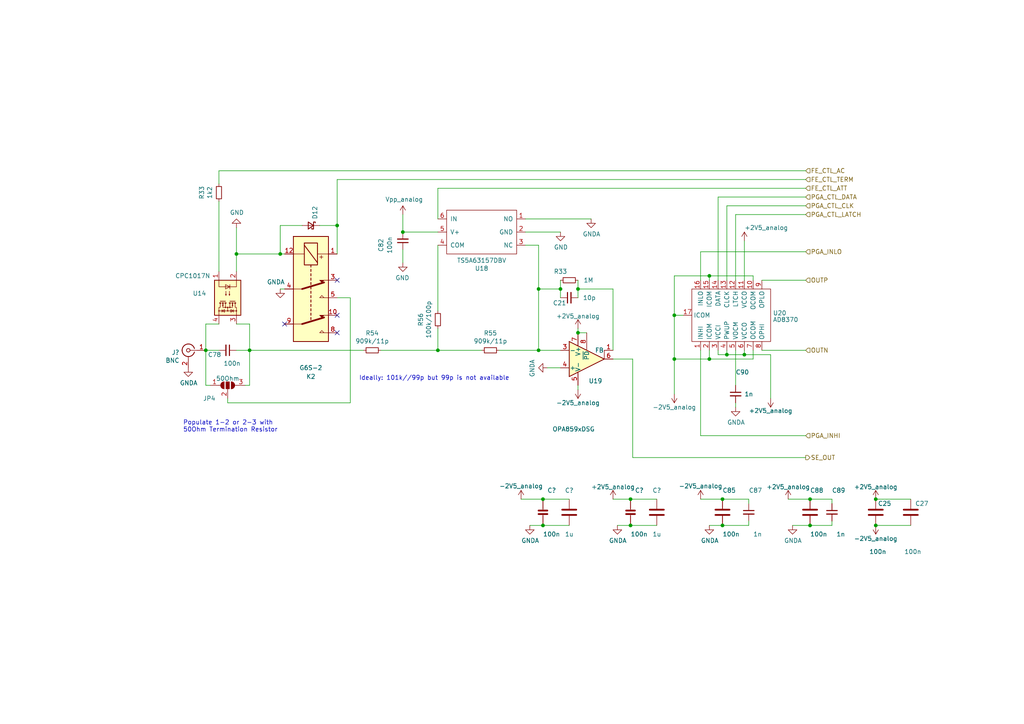
<source format=kicad_sch>
(kicad_sch (version 20230121) (generator eeschema)
  (paper "A4")
  (lib_symbols
    (symbol "Amplifier_Operational:OPA859xDSG" (pin_names (offset 0.127))
      (property "Reference" "U" (at 1.27 8.89 0))
      (property "Value" "OPA859xDSG" (at 1.27 6.35 0))
      (symbol "OPA859xDSG_0_0"
        (pin power_in line (at -2.54 7.62 270) (length 3.81) (name "V+") (number "7"))
        (pin input line (at 0 7.62 270) (length 5.08) (name "~{PD}") (number "8"))
        (pin passive line (at -2.54 -7.62 90) (length 3.81) hide (name "V-") (number "9"))
      )
      (symbol "OPA859xDSG_0_1"
        (polyline (pts (xy 5.08 0) (xy 5.08 2.54)) (stroke (width 0.1524)))
        (polyline (pts (xy -5.08 5.08) (xy 5.08 0) (xy -5.08 -5.08) (xy -5.08 5.08)) (stroke (width 0.254)) (fill (type background)))
        (pin no_connect line (at -5.08 -5.08 90) (length 3.81) hide (name "NC") (number "2"))
        (pin output line (at 7.62 0 180) (length 2.54) (name "~") (number "6"))
      )
      (symbol "OPA859xDSG_1_1"
        (pin output line (at 7.62 2.54 180) (length 2.54) (name "FB") (number "1"))
        (pin input line (at -7.62 2.54 0) (length 2.54) (name "-") (number "3"))
        (pin input line (at -7.62 -2.54 0) (length 2.54) (name "+") (number "4"))
        (pin power_in line (at -2.54 -7.62 90) (length 3.81) (name "V-") (number "5"))
      )
    )
    (symbol "Connector:Conn_Coaxial" (pin_names (offset 1.016) hide)
      (property "Reference" "J" (at 0.254 3.048 0))
      (property "Value" "Conn_Coaxial" (at 2.921 0 90))
      (symbol "Conn_Coaxial_0_1"
        (arc (start -1.778 -0.508) (mid 0.2311 -1.8066) (end 1.778 0) (stroke (width 0.254)))
        (polyline (pts (xy -2.54 0) (xy -0.508 0)))
        (polyline (pts (xy 0 -2.54) (xy 0 -1.778)))
        (circle (center 0 0) (radius 0.508) (stroke (width 0.2032)))
        (arc (start 1.778 0) (mid 0.2099 1.8101) (end -1.778 0.508) (stroke (width 0.254)))
      )
      (symbol "Conn_Coaxial_1_1"
        (pin passive line (at -5.08 0 0) (length 2.54) (name "In") (number "1"))
        (pin passive line (at 0 -5.08 90) (length 2.54) (name "Ext") (number "2"))
      )
    )
    (symbol "Device:C_Small" (pin_numbers hide) (pin_names (offset 0.254) hide)
      (property "Reference" "C" (at 0.254 1.778 0))
      (property "Value" "C_Small" (at 0.254 -2.032 0))
      (symbol "C_Small_0_1"
        (polyline (pts (xy -1.524 -0.508) (xy 1.524 -0.508)) (stroke (width 0.3302)))
        (polyline (pts (xy -1.524 0.508) (xy 1.524 0.508)) (stroke (width 0.3048)))
      )
      (symbol "C_Small_1_1"
        (pin passive line (at 0 2.54 270) (length 2.032) (name "~") (number "1"))
        (pin passive line (at 0 -2.54 90) (length 2.032) (name "~") (number "2"))
      )
    )
    (symbol "Device:D_Schottky_Small" (pin_numbers hide) (pin_names (offset 0.254) hide)
      (property "Reference" "D" (at -1.27 2.032 0))
      (property "Value" "D_Schottky_Small" (at -7.112 -2.032 0))
      (symbol "D_Schottky_Small_0_1"
        (polyline (pts (xy -0.762 0) (xy 0.762 0)))
        (polyline (pts (xy 0.762 -1.016) (xy -0.762 0) (xy 0.762 1.016) (xy 0.762 -1.016)) (stroke (width 0.254)))
        (polyline (pts (xy -1.27 0.762) (xy -1.27 1.016) (xy -0.762 1.016) (xy -0.762 -1.016) (xy -0.254 -1.016) (xy -0.254 -0.762)) (stroke (width 0.254)))
      )
      (symbol "D_Schottky_Small_1_1"
        (pin passive line (at -2.54 0 0) (length 1.778) (name "K") (number "1"))
        (pin passive line (at 2.54 0 180) (length 1.778) (name "A") (number "2"))
      )
    )
    (symbol "Device:R_Small" (pin_numbers hide) (pin_names (offset 0.254) hide)
      (property "Reference" "R" (at 0.762 0.508 0))
      (property "Value" "R_Small" (at 0.762 -1.016 0))
      (symbol "R_Small_0_1"
        (rectangle (start -0.762 1.778) (end 0.762 -1.778) (stroke (width 0.2032)))
      )
      (symbol "R_Small_1_1"
        (pin passive line (at 0 2.54 270) (length 0.762) (name "~") (number "1"))
        (pin passive line (at 0 -2.54 90) (length 0.762) (name "~") (number "2"))
      )
    )
    (symbol "Jumper:SolderJumper_3_Open" (pin_names (offset 0) hide)
      (property "Reference" "JP" (at -2.54 -2.54 0))
      (property "Value" "SolderJumper_3_Open" (at 0 2.794 0))
      (symbol "SolderJumper_3_Open_0_1"
        (arc (start -1.016 1.016) (mid -2.0276 0) (end -1.016 -1.016))
        (arc (start -1.016 1.016) (mid -2.0276 0) (end -1.016 -1.016) (fill (type outline)))
        (rectangle (start -0.508 1.016) (end 0.508 -1.016) (fill (type outline)))
        (polyline (pts (xy -2.54 0) (xy -2.032 0)))
        (polyline (pts (xy -1.016 1.016) (xy -1.016 -1.016)))
        (polyline (pts (xy 0 -1.27) (xy 0 -1.016)))
        (polyline (pts (xy 1.016 1.016) (xy 1.016 -1.016)))
        (polyline (pts (xy 2.54 0) (xy 2.032 0)))
        (arc (start 1.016 -1.016) (mid 2.0276 0) (end 1.016 1.016))
        (arc (start 1.016 -1.016) (mid 2.0276 0) (end 1.016 1.016) (fill (type outline)))
      )
      (symbol "SolderJumper_3_Open_1_1"
        (pin passive line (at -5.08 0 0) (length 2.54) (name "A") (number "1"))
        (pin passive line (at 0 -3.81 90) (length 2.54) (name "C") (number "2"))
        (pin passive line (at 5.08 0 180) (length 2.54) (name "B") (number "3"))
      )
    )
    (symbol "Relay:G6S-2"
      (property "Reference" "K" (at 16.51 3.81 0))
      (property "Value" "G6S-2" (at 16.51 1.27 0))
      (symbol "G6S-2_0_0"
        (text "+" (at -9.271 2.921 0) (effects (font (size 1.27 1.27))))
      )
      (symbol "G6S-2_0_1"
        (rectangle (start -15.24 5.08) (end 15.24 -5.08) (stroke (width 0.254)) (fill (type background)))
        (rectangle (start -13.335 1.905) (end -6.985 -1.905) (stroke (width 0.254)))
        (polyline (pts (xy -12.7 -1.905) (xy -7.62 1.905)) (stroke (width 0.254)))
        (polyline (pts (xy -10.16 -5.08) (xy -10.16 -1.905)))
        (polyline (pts (xy -10.16 5.08) (xy -10.16 1.905)))
        (polyline (pts (xy -6.985 0) (xy -6.35 0)) (stroke (width 0.254)))
        (polyline (pts (xy -5.715 0) (xy -5.08 0)) (stroke (width 0.254)))
        (polyline (pts (xy -4.445 0) (xy -3.81 0)) (stroke (width 0.254)))
        (polyline (pts (xy -3.175 0) (xy -2.54 0)) (stroke (width 0.254)))
        (polyline (pts (xy -1.905 0) (xy -1.27 0)) (stroke (width 0.254)))
        (polyline (pts (xy -0.635 0) (xy 0 0)) (stroke (width 0.254)))
        (polyline (pts (xy 0 -2.54) (xy -1.905 3.81)) (stroke (width 0.508)))
        (polyline (pts (xy 0 -2.54) (xy 0 -5.08)))
        (polyline (pts (xy 0.635 0) (xy 1.27 0)) (stroke (width 0.254)))
        (polyline (pts (xy 1.905 0) (xy 2.54 0)) (stroke (width 0.254)))
        (polyline (pts (xy 3.175 0) (xy 3.81 0)) (stroke (width 0.254)))
        (polyline (pts (xy 4.445 0) (xy 5.08 0)) (stroke (width 0.254)))
        (polyline (pts (xy 5.715 0) (xy 6.35 0)) (stroke (width 0.254)))
        (polyline (pts (xy 6.985 0) (xy 7.62 0)) (stroke (width 0.254)))
        (polyline (pts (xy 8.255 0) (xy 8.89 0)) (stroke (width 0.254)))
        (polyline (pts (xy 10.16 -2.54) (xy 8.255 3.81)) (stroke (width 0.508)))
        (polyline (pts (xy 10.16 -2.54) (xy 10.16 -5.08)))
        (polyline (pts (xy -2.54 5.08) (xy -2.54 2.54) (xy -1.905 3.175) (xy -2.54 3.81)) (fill (type outline)))
        (polyline (pts (xy 2.54 5.08) (xy 2.54 2.54) (xy 1.905 3.175) (xy 2.54 3.81)))
        (polyline (pts (xy 7.62 5.08) (xy 7.62 2.54) (xy 8.255 3.175) (xy 7.62 3.81)) (fill (type outline)))
        (polyline (pts (xy 12.7 5.08) (xy 12.7 2.54) (xy 12.065 3.175) (xy 12.7 3.81)))
      )
      (symbol "G6S-2_1_1"
        (pin passive line (at -10.16 7.62 270) (length 2.54) (name "~") (number "1"))
        (pin passive line (at 7.62 7.62 270) (length 2.54) (name "~") (number "10"))
        (pin passive line (at -10.16 -7.62 90) (length 2.54) (name "~") (number "12"))
        (pin passive line (at -2.54 7.62 270) (length 2.54) (name "~") (number "3"))
        (pin passive line (at 0 -7.62 90) (length 2.54) (name "~") (number "4"))
        (pin passive line (at 2.54 7.62 270) (length 2.54) (name "~") (number "5"))
        (pin passive line (at 12.7 7.62 270) (length 2.54) (name "~") (number "8"))
        (pin passive line (at 10.16 -7.62 90) (length 2.54) (name "~") (number "9"))
      )
    )
    (symbol "Relay_SolidState:CPC1017N"
      (property "Reference" "U" (at -5.08 5.08 0))
      (property "Value" "CPC1017N" (at 0 5.08 0))
      (symbol "CPC1017N_0_1"
        (rectangle (start -5.08 3.81) (end 5.08 -3.81) (stroke (width 0.254)) (fill (type background)))
        (polyline (pts (xy -3.81 -0.635) (xy -2.54 -0.635)))
        (polyline (pts (xy 1.016 -0.635) (xy 1.016 -2.159)) (stroke (width 0.2032)))
        (polyline (pts (xy 1.016 2.159) (xy 1.016 0.635)) (stroke (width 0.2032)))
        (polyline (pts (xy 1.524 -0.508) (xy 1.524 -0.762)) (stroke (width 0.3556)))
        (polyline (pts (xy 2.794 0) (xy 3.81 0)))
        (polyline (pts (xy 3.429 -1.651) (xy 4.191 -1.651)))
        (polyline (pts (xy 3.429 1.651) (xy 4.191 1.651)))
        (polyline (pts (xy 3.81 -2.54) (xy 3.81 2.54)))
        (polyline (pts (xy 1.524 -2.032) (xy 1.524 -2.286) (xy 1.524 -2.286)) (stroke (width 0.3556)))
        (polyline (pts (xy 1.524 -1.27) (xy 1.524 -1.524) (xy 1.524 -1.524)) (stroke (width 0.3556)))
        (polyline (pts (xy 1.524 0.762) (xy 1.524 0.508) (xy 1.524 0.508)) (stroke (width 0.3556)))
        (polyline (pts (xy 1.524 1.524) (xy 1.524 1.27) (xy 1.524 1.27)) (stroke (width 0.3556)))
        (polyline (pts (xy 1.524 2.286) (xy 1.524 2.032) (xy 1.524 2.032)) (stroke (width 0.3556)))
        (polyline (pts (xy 1.651 -1.397) (xy 2.794 -1.397) (xy 2.794 -0.635)))
        (polyline (pts (xy 1.651 1.397) (xy 2.794 1.397) (xy 2.794 0.635)))
        (polyline (pts (xy -5.08 2.54) (xy -3.175 2.54) (xy -3.175 -2.54) (xy -5.08 -2.54)))
        (polyline (pts (xy -3.175 -0.635) (xy -3.81 0.635) (xy -2.54 0.635) (xy -3.175 -0.635)))
        (polyline (pts (xy 1.651 -2.159) (xy 2.794 -2.159) (xy 2.794 -2.54) (xy 5.08 -2.54)))
        (polyline (pts (xy 1.651 -0.635) (xy 2.794 -0.635) (xy 2.794 0.635) (xy 1.651 0.635)))
        (polyline (pts (xy 1.651 2.159) (xy 2.794 2.159) (xy 2.794 2.54) (xy 5.08 2.54)))
        (polyline (pts (xy 1.778 -1.397) (xy 2.286 -1.27) (xy 2.286 -1.524) (xy 1.778 -1.397)))
        (polyline (pts (xy 1.778 1.397) (xy 2.286 1.524) (xy 2.286 1.27) (xy 1.778 1.397)))
        (polyline (pts (xy 3.81 -1.651) (xy 3.429 -0.889) (xy 4.191 -0.889) (xy 3.81 -1.651)))
        (polyline (pts (xy 3.81 1.651) (xy 3.429 0.889) (xy 4.191 0.889) (xy 3.81 1.651)))
        (polyline (pts (xy -1.905 -0.508) (xy -0.635 -0.508) (xy -1.016 -0.635) (xy -1.016 -0.381) (xy -0.635 -0.508)))
        (polyline (pts (xy -1.905 0.508) (xy -0.635 0.508) (xy -1.016 0.381) (xy -1.016 0.635) (xy -0.635 0.508)))
        (circle (center 2.794 -0.635) (radius 0.127))
        (circle (center 2.794 0) (radius 0.127))
        (circle (center 2.794 0.635) (radius 0.127))
        (circle (center 3.81 -2.54) (radius 0.127))
        (circle (center 3.81 0) (radius 0.127))
        (circle (center 3.81 2.54) (radius 0.127))
      )
      (symbol "CPC1017N_1_1"
        (pin passive line (at -7.62 2.54 0) (length 2.54) (name "~") (number "1"))
        (pin passive line (at -7.62 -2.54 0) (length 2.54) (name "~") (number "2"))
        (pin passive line (at 7.62 -2.54 180) (length 2.54) (name "~") (number "3"))
        (pin passive line (at 7.62 2.54 180) (length 2.54) (name "~") (number "4"))
      )
    )
    (symbol "fmc:+2V5_analog" (power) (pin_names (offset 0))
      (property "Value" "+2V5_analog" (at 0 3.556 0))
      (symbol "+2V5_analog_0_1"
        (polyline (pts (xy -0.762 1.27) (xy 0 2.54)))
        (polyline (pts (xy 0 0) (xy 0 2.54)))
        (polyline (pts (xy 0 2.54) (xy 0.762 1.27)))
      )
      (symbol "+2V5_analog_1_1"
        (pin power_in line (at 0 0 90) (length 0) hide (name "+2V5_analog") (number "1"))
      )
    )
    (symbol "fmc:-2V5_analog" (power) (pin_names (offset 0))
      (property "Value" "-2V5_analog" (at 0 3.556 0))
      (symbol "-2V5_analog_0_1"
        (polyline (pts (xy -0.762 1.27) (xy 0 2.54)))
        (polyline (pts (xy 0 0) (xy 0 2.54)))
        (polyline (pts (xy 0 2.54) (xy 0.762 1.27)))
      )
      (symbol "-2V5_analog_1_1"
        (pin power_in line (at 0 0 90) (length 0) hide (name "-2V5_analog") (number "1"))
      )
    )
    (symbol "fmc:100nF_402" (pin_numbers hide) (pin_names (offset 0.254))
      (property "Reference" "C" (at 0.635 2.54 0))
      (property "Value" "100nF_402" (at 0.635 -2.54 0))
      (symbol "100nF_402_0_1"
        (polyline (pts (xy -1.27 -0.508) (xy 1.27 -0.508)) (stroke (width 0.508)))
        (polyline (pts (xy -1.27 0.508) (xy 1.27 0.508)) (stroke (width 0.508)))
        (polyline (pts (xy 0 -1.016) (xy 0 -0.762)))
        (polyline (pts (xy 0 1.016) (xy 0 0.508)))
      )
      (symbol "100nF_402_1_1"
        (pin passive line (at 0 3.81 270) (length 2.794) (name "~") (number "1"))
        (pin passive line (at 0 -3.81 90) (length 2.794) (name "~") (number "2"))
      )
    )
    (symbol "fmc:100nF_603" (pin_numbers hide) (pin_names (offset 0.254))
      (property "Reference" "C" (at 0.635 2.54 0))
      (property "Value" "100nF_603" (at 0.635 -2.54 0))
      (symbol "100nF_603_0_1"
        (polyline (pts (xy -2.032 -0.762) (xy 2.032 -0.762)) (stroke (width 0.508)))
        (polyline (pts (xy -2.032 0.762) (xy 2.032 0.762)) (stroke (width 0.508)))
      )
      (symbol "100nF_603_1_1"
        (pin passive line (at 0 3.81 270) (length 2.794) (name "~") (number "1"))
        (pin passive line (at 0 -3.81 90) (length 2.794) (name "~") (number "2"))
      )
    )
    (symbol "fmc:1uF_805" (pin_numbers hide) (pin_names (offset 0.254))
      (property "Reference" "C" (at 0.635 2.54 0))
      (property "Value" "1uF_805" (at 0.635 -2.54 0))
      (symbol "1uF_805_0_1"
        (polyline (pts (xy -2.032 -0.762) (xy 2.032 -0.762)) (stroke (width 0.508)))
        (polyline (pts (xy -2.032 0.762) (xy 2.032 0.762)) (stroke (width 0.508)))
      )
      (symbol "1uF_805_1_1"
        (pin passive line (at 0 3.81 270) (length 2.794) (name "~") (number "1"))
        (pin passive line (at 0 -3.81 90) (length 2.794) (name "~") (number "2"))
      )
    )
    (symbol "fmc:AD8370"
      (property "Reference" "U" (at 0 -15.24 0))
      (property "Value" "AD8370" (at 0 -12.7 0))
      (symbol "AD8370_0_1"
        (rectangle (start -7.62 11.43) (end 7.62 -11.43))
      )
      (symbol "AD8370_1_1"
        (pin input line (at -10.16 8.89 0) (length 2.54) (name "INHI") (number "1"))
        (pin power_in line (at 10.16 -6.35 180) (length 2.54) (name "OCOM") (number "10"))
        (pin power_in line (at 10.16 -3.81 180) (length 2.54) (name "VCCO") (number "11"))
        (pin input line (at 10.16 -1.27 180) (length 2.54) (name "LTCH") (number "12"))
        (pin input line (at 10.16 1.27 180) (length 2.54) (name "CLCK") (number "13"))
        (pin input line (at 10.16 3.81 180) (length 2.54) (name "DATA") (number "14"))
        (pin power_in line (at 10.16 6.35 180) (length 2.54) (name "ICOM") (number "15"))
        (pin input line (at 10.16 8.89 180) (length 2.54) (name "INLO") (number "16"))
        (pin power_in line (at 0 13.97 270) (length 2.54) (name "ICOM") (number "17"))
        (pin power_in line (at -10.16 6.35 0) (length 2.54) (name "ICOM") (number "2"))
        (pin power_in line (at -10.16 3.81 0) (length 2.54) (name "VCCI") (number "3"))
        (pin input line (at -10.16 1.27 0) (length 2.54) (name "PWUP") (number "4"))
        (pin power_out line (at -10.16 -1.27 0) (length 2.54) (name "VOCM") (number "5"))
        (pin power_in line (at -10.16 -3.81 0) (length 2.54) (name "VCCO") (number "6"))
        (pin power_in line (at -10.16 -6.35 0) (length 2.54) (name "OCOM") (number "7"))
        (pin output line (at -10.16 -8.89 0) (length 2.54) (name "OPHI") (number "8"))
        (pin output line (at 10.16 -8.89 180) (length 2.54) (name "OPLO") (number "9"))
      )
    )
    (symbol "fmc:TS5A3160DBV" (pin_names (offset 1.016))
      (property "Reference" "U" (at 0 2.54 0))
      (property "Value" "TS5A3160DBV" (at 0 0 0))
      (symbol "TS5A3160DBV_0_1"
        (rectangle (start -6.35 10.16) (end 6.35 -10.16))
      )
      (symbol "TS5A3160DBV_1_1"
        (pin passive line (at -3.81 -12.7 90) (length 2.54) (name "NO") (number "1"))
        (pin power_in line (at 0 -12.7 90) (length 2.54) (name "GND") (number "2"))
        (pin passive line (at 3.81 -12.7 90) (length 2.54) (name "NC") (number "3"))
        (pin passive line (at 3.81 12.7 270) (length 2.54) (name "COM") (number "4"))
        (pin power_in line (at 0 12.7 270) (length 2.54) (name "V+") (number "5"))
        (pin input line (at -3.81 12.7 270) (length 2.54) (name "IN") (number "6"))
      )
    )
    (symbol "fmc:Vpp_analog" (power) (pin_names (offset 0))
      (property "Value" "Vpp_analog" (at 0 3.556 0))
      (symbol "Vpp_analog_0_1"
        (polyline (pts (xy -0.762 1.27) (xy 0 2.54)))
        (polyline (pts (xy 0 0) (xy 0 2.54)))
        (polyline (pts (xy 0 2.54) (xy 0.762 1.27)))
      )
      (symbol "Vpp_analog_1_1"
        (pin power_in line (at 0 0 90) (length 0) hide (name "Vpp_analog") (number "1"))
      )
    )
    (symbol "power:GND" (power) (pin_names (offset 0))
      (property "Value" "GND" (at 0 -3.81 0))
      (symbol "GND_0_1"
        (polyline (pts (xy 0 0) (xy 0 -1.27) (xy 1.27 -1.27) (xy 0 -2.54) (xy -1.27 -1.27) (xy 0 -1.27)))
      )
      (symbol "GND_1_1"
        (pin power_in line (at 0 0 270) (length 0) hide (name "GND") (number "1"))
      )
    )
    (symbol "power:GNDA" (power) (pin_names (offset 0))
      (property "Value" "GNDA" (at 0 -3.81 0))
      (symbol "GNDA_0_1"
        (polyline (pts (xy 0 0) (xy 0 -1.27) (xy 1.27 -1.27) (xy 0 -2.54) (xy -1.27 -1.27) (xy 0 -1.27)))
      )
      (symbol "GNDA_1_1"
        (pin power_in line (at 0 0 270) (length 0) hide (name "GNDA") (number "1"))
      )
    )
  )
  (junction (at 209.55 152.4))
  (junction (at 254 144.78))
  (junction (at 182.88 152.4))
  (junction (at 209.55 144.78))
  (junction (at 234.95 152.4))
  (junction (at 210.82 102.87))
  (junction (at 162.56 83.82))
  (junction (at 116.84 67.31))
  (junction (at 97.79 65.405))
  (junction (at 195.58 104.14))
  (junction (at 59.69 101.6))
  (junction (at 127 101.6))
  (junction (at 72.39 101.6))
  (junction (at 156.21 83.82))
  (junction (at 156.21 101.6))
  (junction (at 167.64 96.52))
  (junction (at 205.74 104.14))
  (junction (at 81.28 73.66))
  (junction (at 157.48 152.4))
  (junction (at 68.58 73.66))
  (junction (at 215.9 102.87))
  (junction (at 234.95 144.78))
  (junction (at 195.58 91.44))
  (junction (at 167.64 83.82))
  (junction (at 254 152.4))
  (junction (at 182.88 144.78))
  (junction (at 205.74 80.01))
  (junction (at 157.48 144.78))
  (no_connect (at 82.55 93.98))
  (no_connect (at 97.79 91.44))
  (no_connect (at 97.79 96.52))
  (no_connect (at 97.79 81.28))
  (wire (pts (xy 152.4 63.5) (xy 171.45 63.5)))
  (wire (pts (xy 68.58 73.66) (xy 68.58 78.74)))
  (wire (pts (xy 177.8 144.78) (xy 182.88 144.78)))
  (wire (pts (xy 167.64 83.82) (xy 167.64 86.36)))
  (wire (pts (xy 167.64 95.25) (xy 167.64 96.52)))
  (wire (pts (xy 81.28 65.405) (xy 87.63 65.405)))
  (wire (pts (xy 127 71.12) (xy 127 90.17)))
  (wire (pts (xy 59.69 111.76) (xy 59.69 101.6)))
  (wire (pts (xy 208.28 57.15) (xy 233.68 57.15)))
  (wire (pts (xy 110.49 101.6) (xy 127 101.6)))
  (wire (pts (xy 213.36 101.6) (xy 213.36 111.76)))
  (wire (pts (xy 218.44 80.01) (xy 218.44 81.28)))
  (wire (pts (xy 101.6 86.36) (xy 97.79 86.36)))
  (wire (pts (xy 195.58 91.44) (xy 198.12 91.44)))
  (wire (pts (xy 208.28 57.15) (xy 208.28 81.28)))
  (wire (pts (xy 116.84 72.39) (xy 116.84 76.2)))
  (wire (pts (xy 68.58 73.66) (xy 68.58 66.04)))
  (wire (pts (xy 63.5 49.53) (xy 63.5 53.34)))
  (wire (pts (xy 241.3 151.13) (xy 241.3 152.4)))
  (wire (pts (xy 208.28 101.6) (xy 208.28 102.87)))
  (wire (pts (xy 97.79 65.405) (xy 97.79 52.07)))
  (wire (pts (xy 195.58 104.14) (xy 195.58 91.44)))
  (wire (pts (xy 205.74 152.4) (xy 209.55 152.4)))
  (wire (pts (xy 157.48 152.4) (xy 165.1 152.4)))
  (wire (pts (xy 205.74 101.6) (xy 205.74 104.14)))
  (wire (pts (xy 156.21 83.82) (xy 162.56 83.82)))
  (wire (pts (xy 205.74 81.28) (xy 205.74 80.01)))
  (wire (pts (xy 116.84 62.23) (xy 116.84 67.31)))
  (wire (pts (xy 156.21 71.12) (xy 156.21 83.82)))
  (wire (pts (xy 127 101.6) (xy 139.7 101.6)))
  (wire (pts (xy 68.58 73.66) (xy 81.28 73.66)))
  (wire (pts (xy 215.9 102.87) (xy 223.52 102.87)))
  (wire (pts (xy 63.5 58.42) (xy 63.5 78.74)))
  (wire (pts (xy 195.58 104.14) (xy 195.58 114.3)))
  (wire (pts (xy 162.56 83.82) (xy 162.56 86.36)))
  (wire (pts (xy 203.2 73.025) (xy 203.2 81.28)))
  (wire (pts (xy 71.12 111.76) (xy 72.39 111.76)))
  (wire (pts (xy 66.04 116.84) (xy 101.6 116.84)))
  (wire (pts (xy 162.56 81.28) (xy 162.56 83.82)))
  (wire (pts (xy 182.88 144.78) (xy 190.5 144.78)))
  (wire (pts (xy 203.2 126.365) (xy 233.68 126.365)))
  (wire (pts (xy 127 63.5) (xy 127 54.61)))
  (wire (pts (xy 81.28 73.66) (xy 81.28 65.405)))
  (wire (pts (xy 63.5 49.53) (xy 233.68 49.53)))
  (wire (pts (xy 210.82 102.87) (xy 215.9 102.87)))
  (wire (pts (xy 223.52 102.87) (xy 223.52 115.57)))
  (wire (pts (xy 72.39 93.98) (xy 72.39 101.6)))
  (wire (pts (xy 179.07 152.4) (xy 182.88 152.4)))
  (wire (pts (xy 218.44 101.6) (xy 218.44 104.14)))
  (wire (pts (xy 59.69 93.98) (xy 63.5 93.98)))
  (wire (pts (xy 183.515 132.715) (xy 233.68 132.715)))
  (wire (pts (xy 92.71 65.405) (xy 97.79 65.405)))
  (wire (pts (xy 81.28 83.82) (xy 82.55 83.82)))
  (wire (pts (xy 210.82 59.69) (xy 233.68 59.69)))
  (wire (pts (xy 213.36 62.23) (xy 233.68 62.23)))
  (wire (pts (xy 66.04 115.57) (xy 66.04 116.84)))
  (wire (pts (xy 72.39 111.76) (xy 72.39 101.6)))
  (wire (pts (xy 60.96 111.76) (xy 59.69 111.76)))
  (wire (pts (xy 167.64 81.28) (xy 167.64 83.82)))
  (wire (pts (xy 116.84 67.31) (xy 127 67.31)))
  (wire (pts (xy 59.69 101.6) (xy 63.5 101.6)))
  (wire (pts (xy 210.82 59.69) (xy 210.82 81.28)))
  (wire (pts (xy 68.58 93.98) (xy 72.39 93.98)))
  (wire (pts (xy 153.67 152.4) (xy 157.48 152.4)))
  (wire (pts (xy 157.48 144.78) (xy 165.1 144.78)))
  (wire (pts (xy 241.3 144.78) (xy 241.3 146.05)))
  (wire (pts (xy 177.8 101.6) (xy 177.8 83.82)))
  (wire (pts (xy 203.2 73.025) (xy 233.68 73.025)))
  (wire (pts (xy 101.6 116.84) (xy 101.6 86.36)))
  (wire (pts (xy 254 144.78) (xy 264.16 144.78)))
  (wire (pts (xy 183.515 104.14) (xy 177.8 104.14)))
  (wire (pts (xy 144.78 101.6) (xy 156.21 101.6)))
  (wire (pts (xy 208.28 102.87) (xy 210.82 102.87)))
  (wire (pts (xy 205.74 104.14) (xy 195.58 104.14)))
  (wire (pts (xy 177.8 83.82) (xy 167.64 83.82)))
  (wire (pts (xy 213.36 116.84) (xy 213.36 118.11)))
  (wire (pts (xy 127 95.25) (xy 127 101.6)))
  (wire (pts (xy 234.95 152.4) (xy 241.3 152.4)))
  (wire (pts (xy 217.17 144.78) (xy 217.17 146.05)))
  (wire (pts (xy 210.82 101.6) (xy 210.82 102.87)))
  (wire (pts (xy 195.58 80.01) (xy 195.58 91.44)))
  (wire (pts (xy 215.9 101.6) (xy 215.9 102.87)))
  (wire (pts (xy 203.2 101.6) (xy 203.2 126.365)))
  (wire (pts (xy 162.56 106.68) (xy 158.75 106.68)))
  (wire (pts (xy 156.21 101.6) (xy 162.56 101.6)))
  (wire (pts (xy 81.28 73.66) (xy 82.55 73.66)))
  (wire (pts (xy 203.2 144.78) (xy 209.55 144.78)))
  (wire (pts (xy 209.55 144.78) (xy 217.17 144.78)))
  (wire (pts (xy 205.74 80.01) (xy 218.44 80.01)))
  (wire (pts (xy 217.17 151.13) (xy 217.17 152.4)))
  (wire (pts (xy 213.36 62.23) (xy 213.36 81.28)))
  (wire (pts (xy 254 152.4) (xy 264.16 152.4)))
  (wire (pts (xy 72.39 101.6) (xy 105.41 101.6)))
  (wire (pts (xy 127 54.61) (xy 233.68 54.61)))
  (wire (pts (xy 167.64 111.76) (xy 167.64 113.03)))
  (wire (pts (xy 205.74 80.01) (xy 195.58 80.01)))
  (wire (pts (xy 209.55 152.4) (xy 217.17 152.4)))
  (wire (pts (xy 215.9 69.85) (xy 215.9 81.28)))
  (wire (pts (xy 228.6 144.78) (xy 234.95 144.78)))
  (wire (pts (xy 152.4 67.31) (xy 162.56 67.31)))
  (wire (pts (xy 234.95 144.78) (xy 241.3 144.78)))
  (wire (pts (xy 183.515 104.14) (xy 183.515 132.715)))
  (wire (pts (xy 170.18 96.52) (xy 167.64 96.52)))
  (wire (pts (xy 59.69 101.6) (xy 59.69 93.98)))
  (wire (pts (xy 182.88 152.4) (xy 190.5 152.4)))
  (wire (pts (xy 156.21 83.82) (xy 156.21 101.6)))
  (wire (pts (xy 97.79 52.07) (xy 233.68 52.07)))
  (wire (pts (xy 220.98 101.6) (xy 233.68 101.6)))
  (wire (pts (xy 218.44 104.14) (xy 205.74 104.14)))
  (wire (pts (xy 151.13 144.78) (xy 157.48 144.78)))
  (wire (pts (xy 68.58 101.6) (xy 72.39 101.6)))
  (wire (pts (xy 220.98 81.28) (xy 233.68 81.28)))
  (wire (pts (xy 97.79 73.66) (xy 97.79 65.405)))
  (wire (pts (xy 229.87 152.4) (xy 234.95 152.4)))
  (wire (pts (xy 152.4 71.12) (xy 156.21 71.12)))
  (text "Ideally: 101k//99p but 99p is not available" (at 104.14 110.49 0) (effects (font (size 1.27 1.27)) (justify left bottom)))
  (text "Populate 1-2 or 2-3 with\n50Ohm Termination Resistor" (at 53.086 125.476 0) (effects (font (size 1.27 1.27)) (justify left bottom)))
  (hierarchical_label "FE_CTL_AC" (shape input) (at 233.68 49.53 0))
  (hierarchical_label "PGA_CTL_DATA" (shape input) (at 233.68 57.15 0))
  (hierarchical_label "FE_CTL_TERM" (shape input) (at 233.68 52.07 0))
  (hierarchical_label "OUTP" (shape input) (at 233.68 81.28 0))
  (hierarchical_label "PGA_INHI" (shape input) (at 233.68 126.365 0))
  (hierarchical_label "PGA_CTL_LATCH" (shape input) (at 233.68 62.23 0))
  (hierarchical_label "SE_OUT" (shape output) (at 233.68 132.715 0))
  (hierarchical_label "PGA_INLO" (shape input) (at 233.68 73.025 0))
  (hierarchical_label "PGA_CTL_CLK" (shape input) (at 233.68 59.69 0))
  (hierarchical_label "FE_CTL_ATT" (shape input) (at 233.68 54.61 0))
  (hierarchical_label "OUTN" (shape input) (at 233.68 101.6 0))
  (symbol (lib_id "power:GNDA") (at 153.67 152.4 0) (unit 1)
    (property "Reference" "#PWR?" (effects hide))
    (property "Value" "GNDA" (at 153.797 156.7942 0))
    (instances (project "usbadc" (path "" (reference "#PWR?") (unit 1)) (path "" (reference "#PWR027") (unit 1)) (path "" (reference "#PWR03") (unit 1))))
  )
  (symbol (lib_id "power:GNDA") (at 179.07 152.4 0) (unit 1)
    (property "Reference" "#PWR?" (effects hide))
    (property "Value" "GNDA" (at 179.197 156.7942 0))
    (instances (project "usbadc" (path "" (reference "#PWR?") (unit 1)) (path "" (reference "#PWR031") (unit 1)) (path "" (reference "#PWR07") (unit 1))))
  )
  (symbol (lib_id "Connector:Conn_Coaxial") (at 54.61 101.6 0) (mirror y) (unit 1)
    (property "Reference" "J?" (at 52.07 102.235 0) (effects (justify left)))
    (property "Value" "BNC" (at 52.07 104.5464 0) (effects (justify left)))
    (property "Footprint" "proj_footprints:BNC_Molex_0731713150" (effects hide))
    (property "Datasheet" " ~" (effects hide))
    (property "Part" "0731713150" (effects hide))
    (property "Manufacturer" "Molex" (effects hide))
    (instances (project "usbadc" (path "" (reference "J?") (unit 1)) (path "" (reference "J?") (unit 1)) (path "" (reference "J3") (unit 1)) (path "" (reference "J2") (unit 1))))
  )
  (symbol (lib_id "power:GNDA") (at 158.75 106.68 270) (unit 1)
    (property "Reference" "#PWR?" (effects hide))
    (property "Value" "GNDA" (at 154.3558 106.807 0))
    (instances (project "usbadc" (path "" (reference "#PWR?") (unit 1)) (path "" (reference "#PWR036") (unit 1)) (path "" (reference "#PWR012") (unit 1))))
  )
  (symbol (lib_id "fmc:+2V5_analog") (at 167.64 95.25 0) (unit 1)
    (property "Reference" "#PWR037" (effects hide))
    (property "Value" "+2V5_analog" (at 167.64 91.694 0))
    (instances (project "usbadc" (path "" (reference "#PWR037") (unit 1)) (path "" (reference "#PWR013") (unit 1))))
  )
  (symbol (lib_id "fmc:100nF_402") (at 182.88 148.59 0) (unit 1)
    (property "Reference" "C?" (at 184.15 142.24 0) (effects (justify left)))
    (property "Value" "100n" (at 182.88 154.94 0) (effects (justify left)))
    (property "Footprint" "Capacitor_SMD:C_0603_1608Metric" (effects hide))
    (instances (project "usbadc" (path "" (reference "C?") (unit 1)) (path "" (reference "C80") (unit 1)) (path "" (reference "C68") (unit 1))))
  )
  (symbol (lib_id "fmc:+2V5_analog") (at 177.8 144.78 0) (unit 1)
    (property "Reference" "#PWR030" (effects hide))
    (property "Value" "+2V5_analog" (at 177.8 141.224 0))
    (instances (project "usbadc" (path "" (reference "#PWR030") (unit 1)) (path "" (reference "#PWR06") (unit 1))))
  )
  (symbol (lib_id "fmc:1uF_805") (at 190.5 148.59 0) (unit 1)
    (property "Reference" "C?" (at 189.23 142.24 0) (effects (justify left)))
    (property "Value" "1u" (at 189.23 154.94 0) (effects (justify left)))
    (property "Footprint" "Capacitor_SMD:C_0805_2012Metric" (effects hide))
    (instances (project "usbadc" (path "" (reference "C?") (unit 1)) (path "" (reference "C?") (unit 1)) (path "" (reference "C81") (unit 1)) (path "" (reference "C69") (unit 1))))
  )
  (symbol (lib_id "fmc:100nF_402") (at 157.48 148.59 0) (unit 1)
    (property "Reference" "C?" (at 158.75 142.24 0) (effects (justify left)))
    (property "Value" "100n" (at 157.48 154.94 0) (effects (justify left)))
    (property "Footprint" "Capacitor_SMD:C_0603_1608Metric" (effects hide))
    (instances (project "usbadc" (path "" (reference "C?") (unit 1)) (path "" (reference "C77") (unit 1)) (path "" (reference "C9") (unit 1))))
  )
  (symbol (lib_id "fmc:1uF_805") (at 165.1 148.59 0) (unit 1)
    (property "Reference" "C?" (at 163.83 142.24 0) (effects (justify left)))
    (property "Value" "1u" (at 163.83 154.94 0) (effects (justify left)))
    (property "Footprint" "Capacitor_SMD:C_0805_2012Metric" (effects hide))
    (instances (project "usbadc" (path "" (reference "C?") (unit 1)) (path "" (reference "C?") (unit 1)) (path "" (reference "C79") (unit 1)) (path "" (reference "C67") (unit 1))))
  )
  (symbol (lib_id "fmc:-2V5_analog") (at 203.2 144.78 0) (unit 1)
    (property "Reference" "#PWR017" (effects hide))
    (property "Value" "-2V5_analog" (at 203.2 140.97 0))
    (instances (project "usbadc" (path "" (reference "#PWR017") (unit 1)) (path "" (reference "#PWR034") (unit 1)) (path "" (reference "#PWR010") (unit 1))))
  )
  (symbol (lib_id "Device:C_Small") (at 213.36 114.3 0) (unit 1)
    (property "Reference" "C90" (at 213.36 107.95 0) (effects (justify left)))
    (property "Value" "1n" (at 215.9 114.3 0) (effects (justify left)))
    (property "Footprint" "Capacitor_SMD:C_0603_1608Metric" (effects hide))
    (instances (project "usbadc" (path "" (reference "C90") (unit 1)) (path "" (reference "C76") (unit 1))))
  )
  (symbol (lib_id "Device:R_Small") (at 127 92.71 0) (unit 1)
    (property "Reference" "R56" (at 122.0216 92.71 90))
    (property "Value" "100k/100p" (at 124.333 92.71 90))
    (property "Footprint" "proj_footprints:RC_0603_1608Metric" (effects hide))
    (instances (project "usbadc" (path "" (reference "R56") (unit 1)) (path "" (reference "R50") (unit 1))) (project "fe_test_v3" (path "" (reference "R8") (unit 1))))
  )
  (symbol (lib_id "fmc:Vpp_analog") (at 116.84 62.23 0) (unit 1)
    (property "Reference" "#PWR032" (effects hide))
    (property "Value" "Vpp_analog" (at 117.221 57.8358 0))
    (instances (project "usbadc" (path "" (reference "#PWR032") (unit 1)) (path "" (reference "#PWR069") (unit 1)) (path "" (reference "#PWR0178") (unit 1)) (path "" (reference "#PWR0179") (unit 1))))
  )
  (symbol (lib_id "Device:R_Small") (at 63.5 55.88 0) (mirror x) (unit 1)
    (property "Reference" "R33" (at 58.5216 55.88 90))
    (property "Value" "1k2" (at 60.833 55.88 90))
    (property "Footprint" "Resistor_SMD:R_0603_1608Metric" (effects hide))
    (instances (project "usbadc" (path "" (reference "R33") (unit 1)) (path "" (reference "R52") (unit 1)) (path "" (reference "R42") (unit 1))))
  )
  (symbol (lib_id "power:GND") (at 162.56 67.31 0) (unit 1)
    (property "Reference" "#PWR05" (effects hide))
    (property "Value" "GND" (at 162.687 71.7042 0))
    (instances (project "usbadc" (path "" (reference "#PWR05") (unit 1)) (path "" (reference "#PWR061") (unit 1)) (path "" (reference "#PWR020") (unit 1))))
  )
  (symbol (lib_id "fmc:100nF_603") (at 264.16 148.59 0) (unit 1)
    (property "Reference" "C27" (at 265.43 146.05 0) (effects (justify left)))
    (property "Value" "100n" (at 262.255 160.02 0) (effects (justify left)))
    (property "Footprint" "Capacitor_SMD:C_0603_1608Metric" (effects hide))
    (instances (project "usbadc" (path "" (reference "C27") (unit 1)) (path "" (reference "C26") (unit 1))))
  )
  (symbol (lib_id "Device:R_Small") (at 107.95 101.6 270) (unit 1)
    (property "Reference" "R54" (at 107.95 96.6216 90))
    (property "Value" "909k/11p" (at 107.95 98.933 90))
    (property "Footprint" "proj_footprints:RC_0603_1608Metric" (effects hide))
    (instances (project "usbadc" (path "" (reference "R54") (unit 1)) (path "" (reference "R48") (unit 1))) (project "fe_test_v3" (path "" (reference "R5") (unit 1))))
  )
  (symbol (lib_id "Jumper:SolderJumper_3_Open") (at 66.04 111.76 0) (unit 1)
    (property "Reference" "JP4" (at 60.706 115.57 0))
    (property "Value" "50Ohm" (at 66.04 109.7821 0))
    (property "Footprint" "proj_footprints:J_0603_V" (effects hide))
    (instances (project "usbadc" (path "" (reference "JP4") (unit 1)) (path "" (reference "JP5") (unit 1))))
  )
  (symbol (lib_id "Device:R_Small") (at 142.24 101.6 270) (unit 1)
    (property "Reference" "R55" (at 142.24 96.6216 90))
    (property "Value" "909k/11p" (at 142.24 98.933 90))
    (property "Footprint" "proj_footprints:RC_0603_1608Metric" (effects hide))
    (instances (project "usbadc" (path "" (reference "R55") (unit 1)) (path "" (reference "R49") (unit 1))) (project "fe_test_v3" (path "" (reference "R6") (unit 1))))
  )
  (symbol (lib_id "fmc:+2V5_analog") (at 254 144.78 0) (unit 1)
    (property "Reference" "#PWR0180" (effects hide))
    (property "Value" "+2V5_analog" (at 254 141.224 0))
    (instances (project "usbadc" (path "" (reference "#PWR0180") (unit 1)) (path "" (reference "#PWR069") (unit 1))))
  )
  (symbol (lib_id "fmc:-2V5_analog") (at 254 152.4 180) (unit 1)
    (property "Reference" "#PWR017" (effects hide))
    (property "Value" "-2V5_analog" (at 254 156.21 0))
    (instances (project "usbadc" (path "" (reference "#PWR017") (unit 1)) (path "" (reference "#PWR0182") (unit 1)) (path "" (reference "#PWR0181") (unit 1))))
  )
  (symbol (lib_id "Device:C_Small") (at 165.1 86.36 90) (unit 1)
    (property "Reference" "C21" (at 162.306 87.884 90))
    (property "Value" "10p" (at 170.942 86.36 90))
    (property "Footprint" "Capacitor_SMD:C_0402_1005Metric" (effects hide))
    (instances (project "usbadc" (path "" (reference "C21") (unit 1)) (path "" (reference "C20") (unit 1))))
  )
  (symbol (lib_id "power:GNDA") (at 213.36 118.11 0) (unit 1)
    (property "Reference" "#PWR?" (effects hide))
    (property "Value" "GNDA" (at 213.487 122.5042 0))
    (instances (project "usbadc" (path "" (reference "#PWR?") (unit 1)) (path "" (reference "#PWR063") (unit 1)) (path "" (reference "#PWR022") (unit 1))))
  )
  (symbol (lib_id "Device:C_Small") (at 217.17 148.59 0) (unit 1)
    (property "Reference" "C87" (at 217.17 142.24 0) (effects (justify left)))
    (property "Value" "1n" (at 218.44 154.94 0) (effects (justify left)))
    (property "Footprint" "Capacitor_SMD:C_0603_1608Metric" (effects hide))
    (instances (project "usbadc" (path "" (reference "C87") (unit 1)) (path "" (reference "C73") (unit 1))))
  )
  (symbol (lib_id "fmc:100nF_603") (at 254 148.59 0) (unit 1)
    (property "Reference" "C25" (at 254.635 146.05 0) (effects (justify left)))
    (property "Value" "100n" (at 252.095 160.02 0) (effects (justify left)))
    (property "Footprint" "Capacitor_SMD:C_0603_1608Metric" (effects hide))
    (instances (project "usbadc" (path "" (reference "C25") (unit 1)) (path "" (reference "C23") (unit 1))))
  )
  (symbol (lib_id "power:GNDA") (at 205.74 152.4 0) (unit 1)
    (property "Reference" "#PWR?" (effects hide))
    (property "Value" "GNDA" (at 205.867 156.7942 0))
    (instances (project "usbadc" (path "" (reference "#PWR?") (unit 1)) (path "" (reference "#PWR035") (unit 1)) (path "" (reference "#PWR011") (unit 1))))
  )
  (symbol (lib_id "fmc:+2V5_analog") (at 223.52 115.57 180) (unit 1)
    (property "Reference" "#PWR065" (effects hide))
    (property "Value" "+2V5_analog" (at 223.52 119.126 0))
    (instances (project "usbadc" (path "" (reference "#PWR065") (unit 1)) (path "" (reference "#PWR024") (unit 1))))
  )
  (symbol (lib_id "Relay:G6S-2") (at 90.17 83.82 270) (unit 1)
    (property "Reference" "K2" (at 90.17 109.22 90))
    (property "Value" "G6S-2" (at 90.17 106.68 90))
    (property "Footprint" "proj_footprints:TX2SA" (effects hide))
    (property "Datasheet" "http://omronfs.omron.com/en_US/ecb/products/pdf/en-g6s.pdf" (effects hide))
    (property "Part" "TX2SA-5V" (effects hide))
    (property "Manufacturer" "Panasonic" (effects hide))
    (instances (project "usbadc" (path "" (reference "K2") (unit 1)) (path "" (reference "K1") (unit 1))))
  )
  (symbol (lib_id "Device:C_Small") (at 116.84 69.85 180) (unit 1)
    (property "Reference" "C82" (at 110.49 71.12 90))
    (property "Value" "100n" (at 113.03 71.12 90))
    (property "Footprint" "Capacitor_SMD:C_0603_1608Metric" (effects hide))
    (instances (project "usbadc" (path "" (reference "C82") (unit 1)) (path "" (reference "C70") (unit 1))) (project "fe_test_v3" (path "" (reference "C1") (unit 1))))
  )
  (symbol (lib_id "fmc:-2V5_analog") (at 195.58 114.3 0) (mirror x) (unit 1)
    (property "Reference" "#PWR017" (effects hide))
    (property "Value" "-2V5_analog" (at 195.58 118.11 0))
    (instances (project "usbadc" (path "" (reference "#PWR017") (unit 1)) (path "" (reference "#PWR062") (unit 1)) (path "" (reference "#PWR021") (unit 1))))
  )
  (symbol (lib_id "Device:C_Small") (at 241.3 148.59 0) (unit 1)
    (property "Reference" "C89" (at 241.3 142.24 0) (effects (justify left)))
    (property "Value" "1n" (at 242.57 154.94 0) (effects (justify left)))
    (property "Footprint" "Capacitor_SMD:C_0603_1608Metric" (effects hide))
    (instances (project "usbadc" (path "" (reference "C89") (unit 1)) (path "" (reference "C75") (unit 1))))
  )
  (symbol (lib_id "fmc:-2V5_analog") (at 151.13 144.78 0) (unit 1)
    (property "Reference" "#PWR017" (effects hide))
    (property "Value" "-2V5_analog" (at 151.13 140.97 0))
    (instances (project "usbadc" (path "" (reference "#PWR017") (unit 1)) (path "" (reference "#PWR026") (unit 1)) (path "" (reference "#PWR02") (unit 1))))
  )
  (symbol (lib_id "Device:C_Small") (at 66.04 101.6 270) (unit 1)
    (property "Reference" "C78" (at 62.23 102.87 90))
    (property "Value" "100n" (at 67.31 105.41 90))
    (property "Footprint" "Capacitor_SMD:C_0805_2012Metric" (effects hide))
    (instances (project "usbadc" (path "" (reference "C78") (unit 1)) (path "" (reference "C66") (unit 1))) (project "fe_test_v3" (path "" (reference "C2") (unit 1))))
  )
  (symbol (lib_id "power:GNDA") (at 81.28 83.82 0) (unit 1)
    (property "Reference" "#PWR?" (effects hide))
    (property "Value" "GNDA" (at 80.01 81.788 0))
    (instances (project "usbadc" (path "" (reference "#PWR?") (unit 1)) (path "" (reference "#PWR029") (unit 1)) (path "" (reference "#PWR05") (unit 1))))
  )
  (symbol (lib_id "Relay_SolidState:CPC1017N") (at 66.04 86.36 90) (mirror x) (unit 1)
    (property "Reference" "U14" (at 55.88 85.09 90) (effects (justify right)))
    (property "Value" "CPC1017N" (at 50.8 80.01 90) (effects (justify right)))
    (property "Footprint" "Package_SO:SOP-4_3.8x4.1mm_P2.54mm" (effects hide))
    (property "Datasheet" "http://www.ixysic.com/home/pdfs.nsf/www/CPC1017N.pdf/$file/CPC1017N.pdf" (effects hide))
    (instances (project "usbadc" (path "" (reference "U14") (unit 1)) (path "" (reference "U10") (unit 1))))
  )
  (symbol (lib_id "power:GNDA") (at 171.45 63.5 0) (unit 1)
    (property "Reference" "#PWR?" (effects hide))
    (property "Value" "GNDA" (at 171.577 67.8942 0))
    (instances (project "usbadc" (path "" (reference "#PWR?") (unit 1)) (path "" (reference "#PWR060") (unit 1)) (path "" (reference "#PWR019") (unit 1))))
  )
  (symbol (lib_id "fmc:100nF_603") (at 234.95 148.59 0) (unit 1)
    (property "Reference" "C88" (at 234.95 142.24 0) (effects (justify left)))
    (property "Value" "100n" (at 234.95 154.94 0) (effects (justify left)))
    (property "Footprint" "Capacitor_SMD:C_0603_1608Metric" (effects hide))
    (instances (project "usbadc" (path "" (reference "C88") (unit 1)) (path "" (reference "C74") (unit 1))))
  )
  (symbol (lib_id "Amplifier_Operational:OPA859xDSG") (at 170.18 104.14 0) (unit 1)
    (property "Reference" "U19" (at 172.72 110.49 0))
    (property "Value" "OPA859xDSG" (at 166.37 124.46 0))
    (property "Footprint" "Package_SON:WSON-8-1EP_2x2mm_P0.5mm_EP0.9x1.6mm" (effects hide))
    (property "Datasheet" "http://www.ti.com/lit/ds/symlink/opa859.pdf" (effects hide))
    (instances (project "usbadc" (path "" (reference "U19") (unit 1)) (path "" (reference "U12") (unit 1))) (project "fe_test_v3" (path "" (reference "U4") (unit 1))))
  )
  (symbol (lib_id "fmc:TS5A3160DBV") (at 139.7 67.31 90) (mirror x) (unit 1)
    (property "Reference" "U18" (at 139.7 77.851 90))
    (property "Value" "TS5A63157DBV" (at 139.7 75.5396 90))
    (property "Footprint" "proj_footprints:SOT-23-6_small_cyd" (effects hide))
    (instances (project "usbadc" (path "" (reference "U18") (unit 1)) (path "" (reference "U11") (unit 1))) (project "fe_test_v3" (path "" (reference "U3") (unit 1))))
  )
  (symbol (lib_id "power:GNDA") (at 229.87 152.4 0) (unit 1)
    (property "Reference" "#PWR?" (effects hide))
    (property "Value" "GNDA" (at 229.997 156.7942 0))
    (instances (project "usbadc" (path "" (reference "#PWR?") (unit 1)) (path "" (reference "#PWR059") (unit 1)) (path "" (reference "#PWR018") (unit 1))))
  )
  (symbol (lib_id "Device:R_Small") (at 165.1 81.28 270) (unit 1)
    (property "Reference" "R33" (at 162.56 78.74 90))
    (property "Value" "1M" (at 170.688 81.28 90))
    (property "Footprint" "Resistor_SMD:R_0402_1005Metric" (effects hide))
    (instances (project "usbadc" (path "" (reference "R33") (unit 1)) (path "" (reference "R18") (unit 1)) (path "" (reference "R17") (unit 1))))
  )
  (symbol (lib_id "fmc:100nF_603") (at 209.55 148.59 0) (unit 1)
    (property "Reference" "C85" (at 209.55 142.24 0) (effects (justify left)))
    (property "Value" "100n" (at 209.55 154.94 0) (effects (justify left)))
    (property "Footprint" "Capacitor_SMD:C_0603_1608Metric" (effects hide))
    (instances (project "usbadc" (path "" (reference "C85") (unit 1)) (path "" (reference "C71") (unit 1))))
  )
  (symbol (lib_id "fmc:-2V5_analog") (at 167.64 113.03 0) (mirror x) (unit 1)
    (property "Reference" "#PWR017" (effects hide))
    (property "Value" "-2V5_analog" (at 167.64 116.84 0))
    (instances (project "usbadc" (path "" (reference "#PWR017") (unit 1)) (path "" (reference "#PWR057") (unit 1)) (path "" (reference "#PWR014") (unit 1))))
  )
  (symbol (lib_id "power:GND") (at 68.58 66.04 0) (mirror x) (unit 1)
    (property "Reference" "#PWR05" (effects hide))
    (property "Value" "GND" (at 68.707 61.6458 0))
    (instances (project "usbadc" (path "" (reference "#PWR05") (unit 1)) (path "" (reference "#PWR028") (unit 1)) (path "" (reference "#PWR04") (unit 1))))
  )
  (symbol (lib_id "power:GND") (at 116.84 76.2 0) (mirror y) (unit 1)
    (property "Reference" "#PWR05" (effects hide))
    (property "Value" "GND" (at 116.713 80.5942 0))
    (instances (project "usbadc" (path "" (reference "#PWR05") (unit 1)) (path "" (reference "#PWR032") (unit 1)) (path "" (reference "#PWR08") (unit 1))))
  )
  (symbol (lib_id "fmc:+2V5_analog") (at 215.9 69.85 0) (unit 1)
    (property "Reference" "#PWR064" (effects hide))
    (property "Value" "+2V5_analog" (at 222.25 66.04 0))
    (instances (project "usbadc" (path "" (reference "#PWR064") (unit 1)) (path "" (reference "#PWR023") (unit 1))))
  )
  (symbol (lib_id "fmc:+2V5_analog") (at 228.6 144.78 0) (unit 1)
    (property "Reference" "#PWR058" (effects hide))
    (property "Value" "+2V5_analog" (at 228.6 141.224 0))
    (instances (project "usbadc" (path "" (reference "#PWR058") (unit 1)) (path "" (reference "#PWR016") (unit 1))))
  )
  (symbol (lib_id "fmc:AD8370") (at 212.09 91.44 90) (unit 1)
    (property "Reference" "U20" (at 224.155 90.7963 90) (effects (justify right)))
    (property "Value" "AD8370" (at 224.155 92.7173 90) (effects (justify right)))
    (property "Footprint" "Package_SO:TSSOP-16-1EP_4.4x5mm_P0.65mm_EP3x3mm_ThermalVias" (effects hide))
    (instances (project "usbadc" (path "" (reference "U20") (unit 1)) (path "" (reference "U13") (unit 1))))
  )
  (symbol (lib_id "power:GNDA") (at 54.61 106.68 0) (unit 1)
    (property "Reference" "#PWR?" (effects hide))
    (property "Value" "GNDA" (at 54.737 111.0742 0))
    (instances (project "usbadc" (path "" (reference "#PWR?") (unit 1)) (path "" (reference "#PWR025") (unit 1)) (path "" (reference "#PWR01") (unit 1))))
  )
  (symbol (lib_id "Device:D_Schottky_Small") (at 90.17 65.405 0) (mirror y) (unit 1)
    (property "Reference" "D12" (at 91.3384 63.627 90) (effects (justify left)))
    (property "Value" "NSR0170HT1G" (effects hide))
    (property "Footprint" "Diode_SMD:D_SOD-323" (effects hide))
    (property "Part" "NSR0170HT1G" (effects hide))
    (property "Manufacturer" "OnSemi" (effects hide))
    (instances (project "usbadc" (path "" (reference "D12") (unit 1)) (path "" (reference "D8") (unit 1)) (path "" (reference "D7") (unit 1))))
  )
)
</source>
